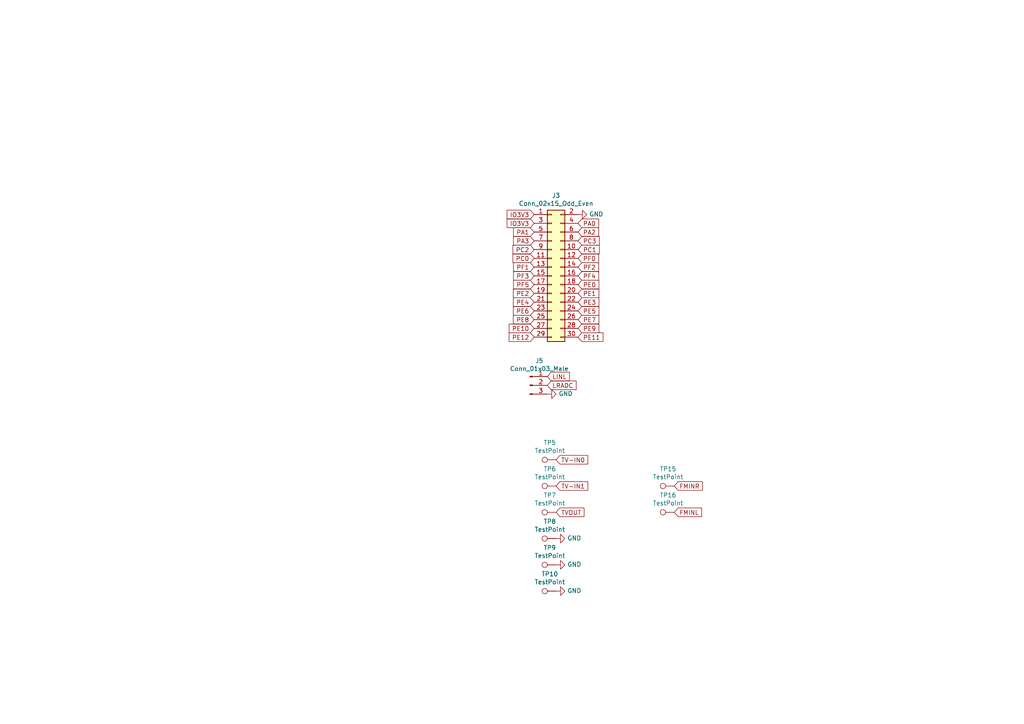
<source format=kicad_sch>
(kicad_sch (version 20210126) (generator eeschema)
  (paper "A4")
  (lib_symbols
    (symbol "Connector:Conn_01x03_Male" (pin_names (offset 1.016) hide)
      (property "Reference" "J" (at 0 5.08 0))
      (property "Value" "Conn_01x03_Male" (at 0 -5.08 0))
      (symbol "Conn_01x03_Male_1_1"
        (rectangle (start 0.8636 -2.413) (end 0 -2.667) (stroke (width 0.1524)) (fill (type outline)))
        (rectangle (start 0.8636 0.127) (end 0 -0.127) (stroke (width 0.1524)) (fill (type outline)))
        (rectangle (start 0.8636 2.667) (end 0 2.413) (stroke (width 0.1524)) (fill (type outline)))
        (polyline (pts (xy 1.27 -2.54) (xy 0.8636 -2.54)) (stroke (width 0.1524)))
        (polyline (pts (xy 1.27 0) (xy 0.8636 0)) (stroke (width 0.1524)))
        (polyline (pts (xy 1.27 2.54) (xy 0.8636 2.54)) (stroke (width 0.1524)))
        (pin passive line (at 5.08 2.54 180) (length 3.81) (name "Pin_1") (number "1"))
        (pin passive line (at 5.08 0 180) (length 3.81) (name "Pin_2") (number "2"))
        (pin passive line (at 5.08 -2.54 180) (length 3.81) (name "Pin_3") (number "3"))
      )
    )
    (symbol "Connector:TestPoint" (pin_numbers hide) (pin_names (offset 0.762) hide)
      (property "Reference" "TP" (at 0 6.858 0))
      (property "Value" "TestPoint" (at 0 5.08 0))
      (symbol "TestPoint_0_1"
        (circle (center 0 3.302) (radius 0.762))
      )
      (symbol "TestPoint_1_1"
        (pin passive line (at 0 0 90) (length 2.54) (name "1") (number "1"))
      )
    )
    (symbol "Connector_Generic:Conn_02x15_Odd_Even" (pin_names (offset 1.016) hide)
      (property "Reference" "J" (at 1.27 20.32 0))
      (property "Value" "Conn_02x15_Odd_Even" (at 1.27 -20.32 0))
      (symbol "Conn_02x15_Odd_Even_1_1"
        (rectangle (start -1.27 -4.953) (end 0 -5.207) (stroke (width 0.1524)))
        (rectangle (start -1.27 -7.493) (end 0 -7.747) (stroke (width 0.1524)))
        (rectangle (start -1.27 -10.033) (end 0 -10.287) (stroke (width 0.1524)))
        (rectangle (start -1.27 -12.573) (end 0 -12.827) (stroke (width 0.1524)))
        (rectangle (start -1.27 -15.113) (end 0 -15.367) (stroke (width 0.1524)))
        (rectangle (start -1.27 -17.653) (end 0 -17.907) (stroke (width 0.1524)))
        (rectangle (start -1.27 -2.413) (end 0 -2.667) (stroke (width 0.1524)))
        (rectangle (start -1.27 2.667) (end 0 2.413) (stroke (width 0.1524)))
        (rectangle (start -1.27 5.207) (end 0 4.953) (stroke (width 0.1524)))
        (rectangle (start -1.27 7.747) (end 0 7.493) (stroke (width 0.1524)))
        (rectangle (start -1.27 10.287) (end 0 10.033) (stroke (width 0.1524)))
        (rectangle (start -1.27 0.127) (end 0 -0.127) (stroke (width 0.1524)))
        (rectangle (start -1.27 12.827) (end 0 12.573) (stroke (width 0.1524)))
        (rectangle (start -1.27 15.367) (end 0 15.113) (stroke (width 0.1524)))
        (rectangle (start -1.27 17.907) (end 0 17.653) (stroke (width 0.1524)))
        (rectangle (start -1.27 19.05) (end 3.81 -19.05) (stroke (width 0.254)) (fill (type background)))
        (rectangle (start 3.81 -4.953) (end 2.54 -5.207) (stroke (width 0.1524)))
        (rectangle (start 3.81 -7.493) (end 2.54 -7.747) (stroke (width 0.1524)))
        (rectangle (start 3.81 -10.033) (end 2.54 -10.287) (stroke (width 0.1524)))
        (rectangle (start 3.81 -12.573) (end 2.54 -12.827) (stroke (width 0.1524)))
        (rectangle (start 3.81 -15.113) (end 2.54 -15.367) (stroke (width 0.1524)))
        (rectangle (start 3.81 -17.653) (end 2.54 -17.907) (stroke (width 0.1524)))
        (rectangle (start 3.81 -2.413) (end 2.54 -2.667) (stroke (width 0.1524)))
        (rectangle (start 3.81 2.667) (end 2.54 2.413) (stroke (width 0.1524)))
        (rectangle (start 3.81 5.207) (end 2.54 4.953) (stroke (width 0.1524)))
        (rectangle (start 3.81 7.747) (end 2.54 7.493) (stroke (width 0.1524)))
        (rectangle (start 3.81 10.287) (end 2.54 10.033) (stroke (width 0.1524)))
        (rectangle (start 3.81 0.127) (end 2.54 -0.127) (stroke (width 0.1524)))
        (rectangle (start 3.81 12.827) (end 2.54 12.573) (stroke (width 0.1524)))
        (rectangle (start 3.81 15.367) (end 2.54 15.113) (stroke (width 0.1524)))
        (rectangle (start 3.81 17.907) (end 2.54 17.653) (stroke (width 0.1524)))
        (pin passive line (at -5.08 17.78 0) (length 3.81) (name "Pin_1") (number "1"))
        (pin passive line (at 7.62 7.62 180) (length 3.81) (name "Pin_10") (number "10"))
        (pin passive line (at -5.08 5.08 0) (length 3.81) (name "Pin_11") (number "11"))
        (pin passive line (at 7.62 5.08 180) (length 3.81) (name "Pin_12") (number "12"))
        (pin passive line (at -5.08 2.54 0) (length 3.81) (name "Pin_13") (number "13"))
        (pin passive line (at 7.62 2.54 180) (length 3.81) (name "Pin_14") (number "14"))
        (pin passive line (at -5.08 0 0) (length 3.81) (name "Pin_15") (number "15"))
        (pin passive line (at 7.62 0 180) (length 3.81) (name "Pin_16") (number "16"))
        (pin passive line (at -5.08 -2.54 0) (length 3.81) (name "Pin_17") (number "17"))
        (pin passive line (at 7.62 -2.54 180) (length 3.81) (name "Pin_18") (number "18"))
        (pin passive line (at -5.08 -5.08 0) (length 3.81) (name "Pin_19") (number "19"))
        (pin passive line (at 7.62 17.78 180) (length 3.81) (name "Pin_2") (number "2"))
        (pin passive line (at 7.62 -5.08 180) (length 3.81) (name "Pin_20") (number "20"))
        (pin passive line (at -5.08 -7.62 0) (length 3.81) (name "Pin_21") (number "21"))
        (pin passive line (at 7.62 -7.62 180) (length 3.81) (name "Pin_22") (number "22"))
        (pin passive line (at -5.08 -10.16 0) (length 3.81) (name "Pin_23") (number "23"))
        (pin passive line (at 7.62 -10.16 180) (length 3.81) (name "Pin_24") (number "24"))
        (pin passive line (at -5.08 -12.7 0) (length 3.81) (name "Pin_25") (number "25"))
        (pin passive line (at 7.62 -12.7 180) (length 3.81) (name "Pin_26") (number "26"))
        (pin passive line (at -5.08 -15.24 0) (length 3.81) (name "Pin_27") (number "27"))
        (pin passive line (at 7.62 -15.24 180) (length 3.81) (name "Pin_28") (number "28"))
        (pin passive line (at -5.08 -17.78 0) (length 3.81) (name "Pin_29") (number "29"))
        (pin passive line (at -5.08 15.24 0) (length 3.81) (name "Pin_3") (number "3"))
        (pin passive line (at 7.62 -17.78 180) (length 3.81) (name "Pin_30") (number "30"))
        (pin passive line (at 7.62 15.24 180) (length 3.81) (name "Pin_4") (number "4"))
        (pin passive line (at -5.08 12.7 0) (length 3.81) (name "Pin_5") (number "5"))
        (pin passive line (at 7.62 12.7 180) (length 3.81) (name "Pin_6") (number "6"))
        (pin passive line (at -5.08 10.16 0) (length 3.81) (name "Pin_7") (number "7"))
        (pin passive line (at 7.62 10.16 180) (length 3.81) (name "Pin_8") (number "8"))
        (pin passive line (at -5.08 7.62 0) (length 3.81) (name "Pin_9") (number "9"))
      )
    )
    (symbol "power:GND" (power) (pin_names (offset 0))
      (property "Value" "GND" (at 0 -3.81 0))
      (symbol "GND_0_1"
        (polyline (pts (xy 0 0) (xy 0 -1.27) (xy 1.27 -1.27) (xy 0 -2.54) (xy -1.27 -1.27) (xy 0 -1.27)))
      )
      (symbol "GND_1_1"
        (pin power_in line (at 0 0 270) (length 0) hide (name "GND") (number "1"))
      )
    )
  )
  (global_label "IO3V3" (shape input) (at 154.94 62.23 180) (property "Intersheet References" "${INTERSHEET_REFS}" (effects hide)))
  (global_label "IO3V3" (shape input) (at 154.94 64.77 180) (property "Intersheet References" "${INTERSHEET_REFS}" (effects hide)))
  (global_label "PA1" (shape input) (at 154.94 67.31 180) (property "Intersheet References" "${INTERSHEET_REFS}" (effects hide)))
  (global_label "PA3" (shape input) (at 154.94 69.85 180) (property "Intersheet References" "${INTERSHEET_REFS}" (effects hide)))
  (global_label "PC2" (shape input) (at 154.94 72.39 180) (property "Intersheet References" "${INTERSHEET_REFS}" (effects hide)))
  (global_label "PC0" (shape input) (at 154.94 74.93 180) (property "Intersheet References" "${INTERSHEET_REFS}" (effects hide)))
  (global_label "PF1" (shape input) (at 154.94 77.47 180) (property "Intersheet References" "${INTERSHEET_REFS}" (effects hide)))
  (global_label "PF3" (shape input) (at 154.94 80.01 180) (property "Intersheet References" "${INTERSHEET_REFS}" (effects hide)))
  (global_label "PF5" (shape input) (at 154.94 82.55 180) (property "Intersheet References" "${INTERSHEET_REFS}" (effects hide)))
  (global_label "PE2" (shape input) (at 154.94 85.09 180) (property "Intersheet References" "${INTERSHEET_REFS}" (effects hide)))
  (global_label "PE4" (shape input) (at 154.94 87.63 180) (property "Intersheet References" "${INTERSHEET_REFS}" (effects hide)))
  (global_label "PE6" (shape input) (at 154.94 90.17 180) (property "Intersheet References" "${INTERSHEET_REFS}" (effects hide)))
  (global_label "PE8" (shape input) (at 154.94 92.71 180) (property "Intersheet References" "${INTERSHEET_REFS}" (effects hide)))
  (global_label "PE10" (shape input) (at 154.94 95.25 180) (property "Intersheet References" "${INTERSHEET_REFS}" (effects hide)))
  (global_label "PE12" (shape input) (at 154.94 97.79 180) (property "Intersheet References" "${INTERSHEET_REFS}" (effects hide)))
  (global_label "LINL" (shape input) (at 158.75 109.22 0) (property "Intersheet References" "${INTERSHEET_REFS}" (effects hide)))
  (global_label "LRADC" (shape input) (at 158.75 111.76 0) (property "Intersheet References" "${INTERSHEET_REFS}" (effects hide)))
  (global_label "TV-IN0" (shape input) (at 161.29 133.35 0) (property "Intersheet References" "${INTERSHEET_REFS}" (effects hide)))
  (global_label "TV-IN1" (shape input) (at 161.29 140.97 0) (property "Intersheet References" "${INTERSHEET_REFS}" (effects hide)))
  (global_label "TVOUT" (shape input) (at 161.29 148.59 0) (property "Intersheet References" "${INTERSHEET_REFS}" (effects hide)))
  (global_label "PA0" (shape input) (at 167.64 64.77 0) (property "Intersheet References" "${INTERSHEET_REFS}" (effects hide)))
  (global_label "PA2" (shape input) (at 167.64 67.31 0) (property "Intersheet References" "${INTERSHEET_REFS}" (effects hide)))
  (global_label "PC3" (shape input) (at 167.64 69.85 0) (property "Intersheet References" "${INTERSHEET_REFS}" (effects hide)))
  (global_label "PC1" (shape input) (at 167.64 72.39 0) (property "Intersheet References" "${INTERSHEET_REFS}" (effects hide)))
  (global_label "PF0" (shape input) (at 167.64 74.93 0) (property "Intersheet References" "${INTERSHEET_REFS}" (effects hide)))
  (global_label "PF2" (shape input) (at 167.64 77.47 0) (property "Intersheet References" "${INTERSHEET_REFS}" (effects hide)))
  (global_label "PF4" (shape input) (at 167.64 80.01 0) (property "Intersheet References" "${INTERSHEET_REFS}" (effects hide)))
  (global_label "PE0" (shape input) (at 167.64 82.55 0) (property "Intersheet References" "${INTERSHEET_REFS}" (effects hide)))
  (global_label "PE1" (shape input) (at 167.64 85.09 0) (property "Intersheet References" "${INTERSHEET_REFS}" (effects hide)))
  (global_label "PE3" (shape input) (at 167.64 87.63 0) (property "Intersheet References" "${INTERSHEET_REFS}" (effects hide)))
  (global_label "PE5" (shape input) (at 167.64 90.17 0) (property "Intersheet References" "${INTERSHEET_REFS}" (effects hide)))
  (global_label "PE7" (shape input) (at 167.64 92.71 0) (property "Intersheet References" "${INTERSHEET_REFS}" (effects hide)))
  (global_label "PE9" (shape input) (at 167.64 95.25 0) (property "Intersheet References" "${INTERSHEET_REFS}" (effects hide)))
  (global_label "PE11" (shape input) (at 167.64 97.79 0) (property "Intersheet References" "${INTERSHEET_REFS}" (effects hide)))
  (global_label "FMINR" (shape input) (at 195.58 140.97 0) (property "Intersheet References" "${INTERSHEET_REFS}" (effects hide)))
  (global_label "FMINL" (shape input) (at 195.58 148.59 0) (property "Intersheet References" "${INTERSHEET_REFS}" (effects hide)))
  (symbol (lib_id "Connector:TestPoint") (at 161.29 133.35 90) (unit 1)
    (property "Reference" "TP5" (at 159.4612 128.397 90))
    (property "Value" "TestPoint" (at 159.4612 130.7084 90))
    (property "Footprint" "TestPoint:TestPoint_Pad_D1.5mm" (effects hide))
  )
  (symbol (lib_id "Connector:TestPoint") (at 161.29 140.97 90) (unit 1)
    (property "Reference" "TP6" (at 159.4612 136.017 90))
    (property "Value" "TestPoint" (at 159.4612 138.3284 90))
    (property "Footprint" "TestPoint:TestPoint_Pad_D1.5mm" (effects hide))
  )
  (symbol (lib_id "Connector:TestPoint") (at 161.29 148.59 90) (unit 1)
    (property "Reference" "TP7" (at 159.4612 143.637 90))
    (property "Value" "TestPoint" (at 159.4612 145.9484 90))
    (property "Footprint" "TestPoint:TestPoint_Pad_D1.5mm" (effects hide))
  )
  (symbol (lib_id "Connector:TestPoint") (at 161.29 156.21 90) (unit 1)
    (property "Reference" "TP8" (at 159.4612 151.257 90))
    (property "Value" "TestPoint" (at 159.4612 153.5684 90))
    (property "Footprint" "TestPoint:TestPoint_Pad_D1.5mm" (effects hide))
  )
  (symbol (lib_id "Connector:TestPoint") (at 161.29 163.83 90) (unit 1)
    (property "Reference" "TP9" (at 159.4612 158.877 90))
    (property "Value" "TestPoint" (at 159.4612 161.1884 90))
    (property "Footprint" "TestPoint:TestPoint_Pad_D1.5mm" (effects hide))
  )
  (symbol (lib_id "Connector:TestPoint") (at 161.29 171.45 90) (unit 1)
    (property "Reference" "TP10" (at 159.4612 166.497 90))
    (property "Value" "TestPoint" (at 159.4612 168.8084 90))
    (property "Footprint" "TestPoint:TestPoint_Pad_D1.5mm" (effects hide))
  )
  (symbol (lib_id "Connector:TestPoint") (at 195.58 140.97 90) (unit 1)
    (property "Reference" "TP15" (at 193.7512 136.017 90))
    (property "Value" "TestPoint" (at 193.7512 138.3284 90))
    (property "Footprint" "TestPoint:TestPoint_Pad_D1.5mm" (effects hide))
  )
  (symbol (lib_id "Connector:TestPoint") (at 195.58 148.59 90) (unit 1)
    (property "Reference" "TP16" (at 193.7512 143.637 90))
    (property "Value" "TestPoint" (at 193.7512 145.9484 90))
    (property "Footprint" "TestPoint:TestPoint_Pad_D1.5mm" (effects hide))
  )
  (symbol (lib_id "power:GND") (at 158.75 114.3 90) (unit 1)
    (property "Reference" "#PWR0187" (effects hide))
    (property "Value" "GND" (at 162.0012 114.173 90) (effects (justify right)))
  )
  (symbol (lib_id "power:GND") (at 161.29 156.21 90) (unit 1)
    (property "Reference" "#PWR0186" (effects hide))
    (property "Value" "GND" (at 164.5412 156.083 90) (effects (justify right)))
  )
  (symbol (lib_id "power:GND") (at 161.29 163.83 90) (unit 1)
    (property "Reference" "#PWR0188" (effects hide))
    (property "Value" "GND" (at 164.5412 163.703 90) (effects (justify right)))
  )
  (symbol (lib_id "power:GND") (at 161.29 171.45 90) (unit 1)
    (property "Reference" "#PWR0189" (effects hide))
    (property "Value" "GND" (at 164.5412 171.323 90) (effects (justify right)))
  )
  (symbol (lib_id "power:GND") (at 167.64 62.23 90) (unit 1)
    (property "Reference" "#PWR0180" (effects hide))
    (property "Value" "GND" (at 170.8912 62.103 90) (effects (justify right)))
  )
  (symbol (lib_id "Connector:Conn_01x03_Male") (at 153.67 111.76 0) (unit 1)
    (property "Reference" "J5" (at 156.4132 104.6226 0))
    (property "Value" "Conn_01x03_Male" (at 156.4132 106.934 0))
    (property "Footprint" "Connector_PinHeader_2.54mm:PinHeader_1x03_P2.54mm_Vertical" (effects hide))
  )
  (symbol (lib_id "Connector_Generic:Conn_02x15_Odd_Even") (at 160.02 80.01 0) (unit 1)
    (property "Reference" "J3" (at 161.29 56.7182 0))
    (property "Value" "Conn_02x15_Odd_Even" (at 161.29 59.0296 0))
    (property "Footprint" "Connector_PinHeader_2.54mm:PinHeader_2x15_P2.54mm_Vertical" (effects hide))
  )
)
</source>
